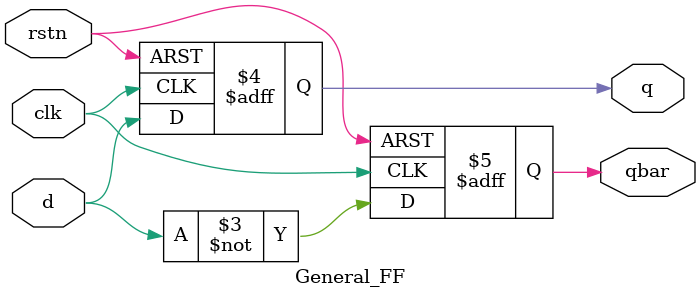
<source format=v>

module General_FF #(parameter FF_TYPE = "DFF")(
    input d, rstn, clk,
    output reg q, qbar
);

generate
    if (FF_TYPE == "DFF") begin 
        always @ (posedge clk or negedge rstn) begin
            if (!rstn) begin
                q <= 0;
                qbar <= 1;
            end else begin
                q <= d;
                qbar <= ~d;
            end
        end
    end else if (FF_TYPE == "TFF") begin
        always @ (posedge clk or negedge rstn) begin
            if (!rstn) begin
                q <= 0;
                qbar <= 1;
            end else if (d) begin
                q <= ~q;
                qbar <= ~qbar;
            end
        end
    end 
endgenerate

endmodule


</source>
